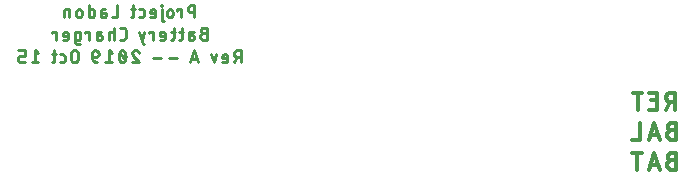
<source format=gbr>
G04 EAGLE Gerber RS-274X export*
G75*
%MOMM*%
%FSLAX34Y34*%
%LPD*%
%INSilkscreen Bottom*%
%IPPOS*%
%AMOC8*
5,1,8,0,0,1.08239X$1,22.5*%
G01*
%ADD10C,0.254000*%
%ADD11C,0.355600*%


D10*
X245660Y236220D02*
X245660Y246380D01*
X242838Y246380D01*
X242732Y246378D01*
X242627Y246372D01*
X242522Y246362D01*
X242417Y246348D01*
X242313Y246331D01*
X242210Y246309D01*
X242108Y246284D01*
X242006Y246255D01*
X241906Y246222D01*
X241807Y246185D01*
X241710Y246145D01*
X241614Y246101D01*
X241519Y246053D01*
X241427Y246002D01*
X241337Y245947D01*
X241248Y245890D01*
X241162Y245829D01*
X241079Y245764D01*
X240997Y245697D01*
X240919Y245627D01*
X240843Y245553D01*
X240769Y245477D01*
X240699Y245399D01*
X240632Y245317D01*
X240567Y245234D01*
X240506Y245148D01*
X240449Y245059D01*
X240394Y244969D01*
X240343Y244877D01*
X240295Y244782D01*
X240251Y244686D01*
X240211Y244589D01*
X240174Y244490D01*
X240141Y244390D01*
X240112Y244288D01*
X240087Y244186D01*
X240065Y244083D01*
X240048Y243979D01*
X240034Y243874D01*
X240024Y243769D01*
X240018Y243664D01*
X240016Y243558D01*
X240018Y243452D01*
X240024Y243347D01*
X240034Y243242D01*
X240048Y243137D01*
X240065Y243033D01*
X240087Y242930D01*
X240112Y242828D01*
X240141Y242726D01*
X240174Y242626D01*
X240211Y242527D01*
X240251Y242430D01*
X240295Y242334D01*
X240343Y242239D01*
X240394Y242147D01*
X240449Y242057D01*
X240506Y241968D01*
X240567Y241882D01*
X240632Y241799D01*
X240699Y241717D01*
X240769Y241639D01*
X240843Y241563D01*
X240919Y241489D01*
X240997Y241419D01*
X241079Y241352D01*
X241162Y241287D01*
X241248Y241226D01*
X241337Y241169D01*
X241427Y241114D01*
X241519Y241063D01*
X241614Y241015D01*
X241710Y240971D01*
X241807Y240931D01*
X241906Y240894D01*
X242006Y240861D01*
X242108Y240832D01*
X242210Y240807D01*
X242313Y240785D01*
X242417Y240768D01*
X242522Y240754D01*
X242627Y240744D01*
X242732Y240738D01*
X242838Y240736D01*
X245660Y240736D01*
X234608Y242993D02*
X234608Y236220D01*
X234608Y242993D02*
X231221Y242993D01*
X231221Y241864D01*
X227104Y240736D02*
X227104Y238478D01*
X227104Y240736D02*
X227102Y240829D01*
X227096Y240922D01*
X227087Y241015D01*
X227073Y241108D01*
X227056Y241199D01*
X227035Y241290D01*
X227010Y241380D01*
X226982Y241469D01*
X226950Y241557D01*
X226914Y241643D01*
X226875Y241728D01*
X226832Y241811D01*
X226786Y241892D01*
X226736Y241971D01*
X226684Y242048D01*
X226628Y242123D01*
X226569Y242195D01*
X226507Y242265D01*
X226443Y242333D01*
X226375Y242397D01*
X226305Y242459D01*
X226233Y242518D01*
X226158Y242574D01*
X226081Y242626D01*
X226002Y242676D01*
X225921Y242722D01*
X225838Y242765D01*
X225753Y242804D01*
X225667Y242840D01*
X225579Y242872D01*
X225490Y242900D01*
X225400Y242925D01*
X225309Y242946D01*
X225218Y242963D01*
X225125Y242977D01*
X225032Y242986D01*
X224939Y242992D01*
X224846Y242994D01*
X224753Y242992D01*
X224660Y242986D01*
X224567Y242977D01*
X224474Y242963D01*
X224383Y242946D01*
X224292Y242925D01*
X224202Y242900D01*
X224113Y242872D01*
X224025Y242840D01*
X223939Y242804D01*
X223854Y242765D01*
X223771Y242722D01*
X223690Y242676D01*
X223611Y242626D01*
X223534Y242574D01*
X223459Y242518D01*
X223387Y242459D01*
X223317Y242397D01*
X223249Y242333D01*
X223185Y242265D01*
X223123Y242195D01*
X223064Y242123D01*
X223008Y242048D01*
X222956Y241971D01*
X222906Y241892D01*
X222860Y241811D01*
X222817Y241728D01*
X222778Y241643D01*
X222742Y241557D01*
X222710Y241469D01*
X222682Y241380D01*
X222657Y241290D01*
X222636Y241199D01*
X222619Y241108D01*
X222605Y241015D01*
X222596Y240922D01*
X222590Y240829D01*
X222588Y240736D01*
X222589Y240736D02*
X222589Y238478D01*
X222588Y238478D02*
X222590Y238385D01*
X222596Y238292D01*
X222605Y238199D01*
X222619Y238106D01*
X222636Y238015D01*
X222657Y237924D01*
X222682Y237834D01*
X222710Y237745D01*
X222742Y237657D01*
X222778Y237571D01*
X222817Y237486D01*
X222860Y237403D01*
X222906Y237322D01*
X222956Y237243D01*
X223008Y237166D01*
X223064Y237091D01*
X223123Y237019D01*
X223185Y236949D01*
X223249Y236881D01*
X223317Y236817D01*
X223387Y236755D01*
X223459Y236696D01*
X223534Y236640D01*
X223611Y236588D01*
X223690Y236538D01*
X223771Y236492D01*
X223854Y236449D01*
X223939Y236410D01*
X224025Y236374D01*
X224113Y236342D01*
X224202Y236314D01*
X224292Y236289D01*
X224383Y236268D01*
X224474Y236251D01*
X224567Y236237D01*
X224660Y236228D01*
X224753Y236222D01*
X224846Y236220D01*
X224939Y236222D01*
X225032Y236228D01*
X225125Y236237D01*
X225218Y236251D01*
X225309Y236268D01*
X225400Y236289D01*
X225490Y236314D01*
X225579Y236342D01*
X225667Y236374D01*
X225753Y236410D01*
X225838Y236449D01*
X225921Y236492D01*
X226002Y236538D01*
X226081Y236588D01*
X226158Y236640D01*
X226233Y236696D01*
X226305Y236755D01*
X226375Y236817D01*
X226443Y236881D01*
X226507Y236949D01*
X226569Y237019D01*
X226628Y237091D01*
X226684Y237166D01*
X226736Y237243D01*
X226786Y237322D01*
X226832Y237403D01*
X226875Y237486D01*
X226914Y237571D01*
X226950Y237657D01*
X226982Y237745D01*
X227010Y237834D01*
X227035Y237924D01*
X227056Y238015D01*
X227073Y238106D01*
X227087Y238199D01*
X227096Y238292D01*
X227102Y238385D01*
X227104Y238478D01*
X217953Y234527D02*
X217953Y242993D01*
X217953Y234527D02*
X217955Y234446D01*
X217961Y234366D01*
X217970Y234286D01*
X217984Y234207D01*
X218001Y234128D01*
X218022Y234050D01*
X218046Y233973D01*
X218074Y233898D01*
X218106Y233824D01*
X218141Y233751D01*
X218180Y233681D01*
X218222Y233612D01*
X218267Y233545D01*
X218315Y233480D01*
X218366Y233418D01*
X218421Y233359D01*
X218478Y233302D01*
X218537Y233248D01*
X218599Y233196D01*
X218664Y233148D01*
X218731Y233103D01*
X218799Y233061D01*
X218870Y233022D01*
X218943Y232987D01*
X219017Y232955D01*
X219092Y232927D01*
X219169Y232903D01*
X219247Y232882D01*
X219326Y232865D01*
X219405Y232851D01*
X219485Y232842D01*
X219565Y232836D01*
X219646Y232834D01*
X219646Y232833D02*
X220211Y232833D01*
X218235Y245816D02*
X218235Y246380D01*
X217671Y246380D01*
X217671Y245816D01*
X218235Y245816D01*
X210933Y236220D02*
X208111Y236220D01*
X210933Y236220D02*
X211014Y236222D01*
X211094Y236228D01*
X211174Y236237D01*
X211253Y236251D01*
X211332Y236268D01*
X211410Y236289D01*
X211487Y236313D01*
X211562Y236341D01*
X211636Y236373D01*
X211709Y236408D01*
X211780Y236447D01*
X211848Y236489D01*
X211915Y236534D01*
X211980Y236582D01*
X212042Y236634D01*
X212101Y236688D01*
X212158Y236745D01*
X212212Y236804D01*
X212264Y236866D01*
X212312Y236931D01*
X212357Y236998D01*
X212399Y237067D01*
X212438Y237137D01*
X212473Y237210D01*
X212505Y237284D01*
X212533Y237359D01*
X212557Y237436D01*
X212578Y237514D01*
X212595Y237593D01*
X212609Y237672D01*
X212618Y237752D01*
X212624Y237832D01*
X212626Y237913D01*
X212626Y240736D01*
X212624Y240829D01*
X212618Y240922D01*
X212609Y241015D01*
X212595Y241108D01*
X212578Y241199D01*
X212557Y241290D01*
X212532Y241380D01*
X212504Y241469D01*
X212472Y241557D01*
X212436Y241643D01*
X212397Y241728D01*
X212354Y241811D01*
X212308Y241892D01*
X212258Y241971D01*
X212206Y242048D01*
X212150Y242123D01*
X212091Y242195D01*
X212029Y242265D01*
X211965Y242333D01*
X211897Y242397D01*
X211827Y242459D01*
X211755Y242518D01*
X211680Y242574D01*
X211603Y242626D01*
X211524Y242676D01*
X211443Y242722D01*
X211360Y242765D01*
X211275Y242804D01*
X211189Y242840D01*
X211101Y242872D01*
X211012Y242900D01*
X210922Y242925D01*
X210831Y242946D01*
X210740Y242963D01*
X210647Y242977D01*
X210554Y242986D01*
X210461Y242992D01*
X210368Y242994D01*
X210275Y242992D01*
X210182Y242986D01*
X210089Y242977D01*
X209996Y242963D01*
X209905Y242946D01*
X209814Y242925D01*
X209724Y242900D01*
X209635Y242872D01*
X209547Y242840D01*
X209461Y242804D01*
X209376Y242765D01*
X209293Y242722D01*
X209212Y242676D01*
X209133Y242626D01*
X209056Y242574D01*
X208981Y242518D01*
X208909Y242459D01*
X208839Y242397D01*
X208771Y242333D01*
X208707Y242265D01*
X208645Y242195D01*
X208586Y242123D01*
X208530Y242048D01*
X208478Y241971D01*
X208428Y241892D01*
X208382Y241811D01*
X208339Y241728D01*
X208300Y241643D01*
X208264Y241557D01*
X208232Y241469D01*
X208204Y241380D01*
X208179Y241290D01*
X208158Y241199D01*
X208141Y241108D01*
X208127Y241015D01*
X208118Y240922D01*
X208112Y240829D01*
X208110Y240736D01*
X208111Y240736D02*
X208111Y239607D01*
X212626Y239607D01*
X201004Y236220D02*
X198746Y236220D01*
X201004Y236220D02*
X201085Y236222D01*
X201165Y236228D01*
X201245Y236237D01*
X201324Y236251D01*
X201403Y236268D01*
X201481Y236289D01*
X201558Y236313D01*
X201633Y236341D01*
X201707Y236373D01*
X201780Y236408D01*
X201851Y236447D01*
X201919Y236489D01*
X201986Y236534D01*
X202051Y236582D01*
X202113Y236634D01*
X202172Y236688D01*
X202229Y236745D01*
X202283Y236804D01*
X202335Y236866D01*
X202383Y236931D01*
X202428Y236998D01*
X202470Y237067D01*
X202509Y237137D01*
X202544Y237210D01*
X202576Y237284D01*
X202604Y237359D01*
X202628Y237436D01*
X202649Y237514D01*
X202666Y237593D01*
X202680Y237672D01*
X202689Y237752D01*
X202695Y237832D01*
X202697Y237913D01*
X202697Y241300D01*
X202695Y241381D01*
X202689Y241461D01*
X202680Y241541D01*
X202666Y241620D01*
X202649Y241699D01*
X202628Y241777D01*
X202604Y241854D01*
X202576Y241929D01*
X202544Y242003D01*
X202509Y242076D01*
X202470Y242147D01*
X202428Y242215D01*
X202383Y242282D01*
X202335Y242347D01*
X202283Y242409D01*
X202229Y242468D01*
X202172Y242525D01*
X202113Y242579D01*
X202051Y242631D01*
X201986Y242679D01*
X201919Y242724D01*
X201851Y242766D01*
X201780Y242805D01*
X201707Y242840D01*
X201633Y242872D01*
X201558Y242900D01*
X201481Y242924D01*
X201403Y242945D01*
X201324Y242962D01*
X201245Y242976D01*
X201165Y242985D01*
X201085Y242991D01*
X201004Y242993D01*
X198746Y242993D01*
X195078Y242993D02*
X191692Y242993D01*
X193950Y246380D02*
X193950Y237913D01*
X193949Y237913D02*
X193947Y237832D01*
X193941Y237752D01*
X193932Y237672D01*
X193918Y237593D01*
X193901Y237514D01*
X193880Y237436D01*
X193856Y237359D01*
X193828Y237284D01*
X193796Y237210D01*
X193761Y237137D01*
X193722Y237067D01*
X193680Y236998D01*
X193635Y236931D01*
X193587Y236866D01*
X193535Y236804D01*
X193481Y236745D01*
X193424Y236688D01*
X193365Y236634D01*
X193303Y236582D01*
X193238Y236534D01*
X193171Y236489D01*
X193103Y236447D01*
X193032Y236408D01*
X192959Y236373D01*
X192885Y236341D01*
X192810Y236313D01*
X192733Y236289D01*
X192655Y236268D01*
X192576Y236251D01*
X192497Y236237D01*
X192417Y236228D01*
X192337Y236222D01*
X192256Y236220D01*
X191692Y236220D01*
X180004Y236220D02*
X180004Y246380D01*
X180004Y236220D02*
X175489Y236220D01*
X168844Y240171D02*
X166304Y240171D01*
X168844Y240172D02*
X168931Y240170D01*
X169019Y240164D01*
X169106Y240155D01*
X169192Y240141D01*
X169278Y240124D01*
X169362Y240103D01*
X169446Y240078D01*
X169529Y240049D01*
X169610Y240017D01*
X169690Y239982D01*
X169768Y239943D01*
X169845Y239900D01*
X169919Y239854D01*
X169991Y239805D01*
X170061Y239753D01*
X170129Y239697D01*
X170194Y239639D01*
X170257Y239578D01*
X170316Y239514D01*
X170373Y239447D01*
X170427Y239379D01*
X170478Y239307D01*
X170525Y239234D01*
X170570Y239159D01*
X170611Y239081D01*
X170648Y239002D01*
X170682Y238922D01*
X170712Y238840D01*
X170739Y238757D01*
X170762Y238672D01*
X170781Y238587D01*
X170796Y238501D01*
X170808Y238414D01*
X170816Y238327D01*
X170820Y238240D01*
X170820Y238152D01*
X170816Y238065D01*
X170808Y237978D01*
X170796Y237891D01*
X170781Y237805D01*
X170762Y237720D01*
X170739Y237635D01*
X170712Y237552D01*
X170682Y237470D01*
X170648Y237390D01*
X170611Y237311D01*
X170570Y237233D01*
X170525Y237158D01*
X170478Y237085D01*
X170427Y237013D01*
X170373Y236945D01*
X170316Y236878D01*
X170257Y236814D01*
X170194Y236753D01*
X170129Y236695D01*
X170061Y236639D01*
X169991Y236587D01*
X169919Y236538D01*
X169845Y236492D01*
X169768Y236449D01*
X169690Y236410D01*
X169610Y236375D01*
X169529Y236343D01*
X169446Y236314D01*
X169362Y236289D01*
X169278Y236268D01*
X169192Y236251D01*
X169106Y236237D01*
X169019Y236228D01*
X168931Y236222D01*
X168844Y236220D01*
X166304Y236220D01*
X166304Y241300D01*
X166306Y241381D01*
X166312Y241461D01*
X166321Y241541D01*
X166335Y241620D01*
X166352Y241699D01*
X166373Y241777D01*
X166397Y241854D01*
X166425Y241929D01*
X166457Y242003D01*
X166492Y242076D01*
X166531Y242147D01*
X166573Y242215D01*
X166618Y242282D01*
X166666Y242347D01*
X166718Y242409D01*
X166772Y242468D01*
X166829Y242525D01*
X166888Y242579D01*
X166950Y242631D01*
X167015Y242679D01*
X167082Y242724D01*
X167151Y242766D01*
X167221Y242805D01*
X167294Y242840D01*
X167368Y242872D01*
X167443Y242900D01*
X167520Y242924D01*
X167598Y242945D01*
X167677Y242962D01*
X167756Y242976D01*
X167836Y242985D01*
X167916Y242991D01*
X167997Y242993D01*
X170255Y242993D01*
X156017Y246380D02*
X156017Y236220D01*
X158839Y236220D01*
X158920Y236222D01*
X159000Y236228D01*
X159080Y236237D01*
X159159Y236251D01*
X159238Y236268D01*
X159316Y236289D01*
X159393Y236313D01*
X159468Y236341D01*
X159542Y236373D01*
X159615Y236408D01*
X159686Y236447D01*
X159754Y236489D01*
X159821Y236534D01*
X159886Y236582D01*
X159948Y236634D01*
X160007Y236688D01*
X160064Y236745D01*
X160118Y236804D01*
X160170Y236866D01*
X160218Y236931D01*
X160263Y236998D01*
X160305Y237067D01*
X160344Y237137D01*
X160379Y237210D01*
X160411Y237284D01*
X160439Y237359D01*
X160463Y237436D01*
X160484Y237514D01*
X160501Y237593D01*
X160515Y237672D01*
X160524Y237752D01*
X160530Y237832D01*
X160532Y237913D01*
X160532Y241300D01*
X160530Y241381D01*
X160524Y241461D01*
X160515Y241541D01*
X160501Y241620D01*
X160484Y241699D01*
X160463Y241777D01*
X160439Y241854D01*
X160411Y241929D01*
X160379Y242003D01*
X160344Y242076D01*
X160305Y242147D01*
X160263Y242215D01*
X160218Y242282D01*
X160170Y242347D01*
X160118Y242409D01*
X160064Y242468D01*
X160007Y242525D01*
X159948Y242579D01*
X159886Y242631D01*
X159821Y242679D01*
X159754Y242724D01*
X159686Y242766D01*
X159615Y242805D01*
X159542Y242840D01*
X159468Y242872D01*
X159393Y242900D01*
X159316Y242924D01*
X159238Y242945D01*
X159159Y242962D01*
X159080Y242976D01*
X159000Y242985D01*
X158920Y242991D01*
X158839Y242993D01*
X156017Y242993D01*
X150142Y240736D02*
X150142Y238478D01*
X150143Y240736D02*
X150141Y240829D01*
X150135Y240922D01*
X150126Y241015D01*
X150112Y241108D01*
X150095Y241199D01*
X150074Y241290D01*
X150049Y241380D01*
X150021Y241469D01*
X149989Y241557D01*
X149953Y241643D01*
X149914Y241728D01*
X149871Y241811D01*
X149825Y241892D01*
X149775Y241971D01*
X149723Y242048D01*
X149667Y242123D01*
X149608Y242195D01*
X149546Y242265D01*
X149482Y242333D01*
X149414Y242397D01*
X149344Y242459D01*
X149272Y242518D01*
X149197Y242574D01*
X149120Y242626D01*
X149041Y242676D01*
X148960Y242722D01*
X148877Y242765D01*
X148792Y242804D01*
X148706Y242840D01*
X148618Y242872D01*
X148529Y242900D01*
X148439Y242925D01*
X148348Y242946D01*
X148257Y242963D01*
X148164Y242977D01*
X148071Y242986D01*
X147978Y242992D01*
X147885Y242994D01*
X147792Y242992D01*
X147699Y242986D01*
X147606Y242977D01*
X147513Y242963D01*
X147422Y242946D01*
X147331Y242925D01*
X147241Y242900D01*
X147152Y242872D01*
X147064Y242840D01*
X146978Y242804D01*
X146893Y242765D01*
X146810Y242722D01*
X146729Y242676D01*
X146650Y242626D01*
X146573Y242574D01*
X146498Y242518D01*
X146426Y242459D01*
X146356Y242397D01*
X146288Y242333D01*
X146224Y242265D01*
X146162Y242195D01*
X146103Y242123D01*
X146047Y242048D01*
X145995Y241971D01*
X145945Y241892D01*
X145899Y241811D01*
X145856Y241728D01*
X145817Y241643D01*
X145781Y241557D01*
X145749Y241469D01*
X145721Y241380D01*
X145696Y241290D01*
X145675Y241199D01*
X145658Y241108D01*
X145644Y241015D01*
X145635Y240922D01*
X145629Y240829D01*
X145627Y240736D01*
X145627Y238478D01*
X145629Y238385D01*
X145635Y238292D01*
X145644Y238199D01*
X145658Y238106D01*
X145675Y238015D01*
X145696Y237924D01*
X145721Y237834D01*
X145749Y237745D01*
X145781Y237657D01*
X145817Y237571D01*
X145856Y237486D01*
X145899Y237403D01*
X145945Y237322D01*
X145995Y237243D01*
X146047Y237166D01*
X146103Y237091D01*
X146162Y237019D01*
X146224Y236949D01*
X146288Y236881D01*
X146356Y236817D01*
X146426Y236755D01*
X146498Y236696D01*
X146573Y236640D01*
X146650Y236588D01*
X146729Y236538D01*
X146810Y236492D01*
X146893Y236449D01*
X146978Y236410D01*
X147064Y236374D01*
X147152Y236342D01*
X147241Y236314D01*
X147331Y236289D01*
X147422Y236268D01*
X147513Y236251D01*
X147606Y236237D01*
X147699Y236228D01*
X147792Y236222D01*
X147885Y236220D01*
X147978Y236222D01*
X148071Y236228D01*
X148164Y236237D01*
X148257Y236251D01*
X148348Y236268D01*
X148439Y236289D01*
X148529Y236314D01*
X148618Y236342D01*
X148706Y236374D01*
X148792Y236410D01*
X148877Y236449D01*
X148960Y236492D01*
X149041Y236538D01*
X149120Y236588D01*
X149197Y236640D01*
X149272Y236696D01*
X149344Y236755D01*
X149414Y236817D01*
X149482Y236881D01*
X149546Y236949D01*
X149608Y237019D01*
X149667Y237091D01*
X149723Y237166D01*
X149775Y237243D01*
X149825Y237322D01*
X149871Y237403D01*
X149914Y237486D01*
X149953Y237571D01*
X149989Y237657D01*
X150021Y237745D01*
X150049Y237834D01*
X150074Y237924D01*
X150095Y238015D01*
X150112Y238106D01*
X150126Y238199D01*
X150135Y238292D01*
X150141Y238385D01*
X150143Y238478D01*
X139855Y236220D02*
X139855Y242993D01*
X137033Y242993D01*
X136952Y242991D01*
X136872Y242985D01*
X136792Y242976D01*
X136713Y242962D01*
X136634Y242945D01*
X136556Y242924D01*
X136479Y242900D01*
X136404Y242872D01*
X136330Y242840D01*
X136257Y242805D01*
X136187Y242766D01*
X136118Y242724D01*
X136051Y242679D01*
X135986Y242631D01*
X135924Y242579D01*
X135865Y242525D01*
X135808Y242468D01*
X135754Y242409D01*
X135702Y242347D01*
X135654Y242282D01*
X135609Y242215D01*
X135567Y242147D01*
X135528Y242076D01*
X135493Y242003D01*
X135461Y241929D01*
X135433Y241854D01*
X135409Y241777D01*
X135388Y241699D01*
X135371Y241620D01*
X135357Y241541D01*
X135348Y241461D01*
X135342Y241381D01*
X135340Y241300D01*
X135340Y236220D01*
X253190Y222814D02*
X256012Y222814D01*
X253190Y222814D02*
X253084Y222812D01*
X252979Y222806D01*
X252874Y222796D01*
X252769Y222782D01*
X252665Y222765D01*
X252562Y222743D01*
X252460Y222718D01*
X252358Y222689D01*
X252258Y222656D01*
X252159Y222619D01*
X252062Y222579D01*
X251966Y222535D01*
X251871Y222487D01*
X251779Y222436D01*
X251689Y222381D01*
X251600Y222324D01*
X251514Y222263D01*
X251431Y222198D01*
X251349Y222131D01*
X251271Y222061D01*
X251195Y221987D01*
X251121Y221911D01*
X251051Y221833D01*
X250984Y221751D01*
X250919Y221668D01*
X250858Y221582D01*
X250801Y221493D01*
X250746Y221403D01*
X250695Y221311D01*
X250647Y221216D01*
X250603Y221120D01*
X250563Y221023D01*
X250526Y220924D01*
X250493Y220824D01*
X250464Y220722D01*
X250439Y220620D01*
X250417Y220517D01*
X250400Y220413D01*
X250386Y220308D01*
X250376Y220203D01*
X250370Y220098D01*
X250368Y219992D01*
X250370Y219886D01*
X250376Y219781D01*
X250386Y219676D01*
X250400Y219571D01*
X250417Y219467D01*
X250439Y219364D01*
X250464Y219262D01*
X250493Y219160D01*
X250526Y219060D01*
X250563Y218961D01*
X250603Y218864D01*
X250647Y218768D01*
X250695Y218673D01*
X250746Y218581D01*
X250801Y218491D01*
X250858Y218402D01*
X250919Y218316D01*
X250984Y218233D01*
X251051Y218151D01*
X251121Y218073D01*
X251195Y217997D01*
X251271Y217923D01*
X251349Y217853D01*
X251431Y217786D01*
X251514Y217721D01*
X251600Y217660D01*
X251689Y217603D01*
X251779Y217548D01*
X251871Y217497D01*
X251966Y217449D01*
X252062Y217405D01*
X252159Y217365D01*
X252258Y217328D01*
X252358Y217295D01*
X252460Y217266D01*
X252562Y217241D01*
X252665Y217219D01*
X252769Y217202D01*
X252874Y217188D01*
X252979Y217178D01*
X253084Y217172D01*
X253190Y217170D01*
X256012Y217170D01*
X256012Y227330D01*
X253190Y227330D01*
X253097Y227328D01*
X253004Y227322D01*
X252911Y227313D01*
X252818Y227299D01*
X252727Y227282D01*
X252636Y227261D01*
X252546Y227236D01*
X252457Y227208D01*
X252369Y227176D01*
X252283Y227140D01*
X252198Y227101D01*
X252115Y227058D01*
X252034Y227012D01*
X251955Y226962D01*
X251878Y226910D01*
X251803Y226854D01*
X251731Y226795D01*
X251661Y226733D01*
X251593Y226669D01*
X251529Y226601D01*
X251467Y226531D01*
X251408Y226459D01*
X251352Y226384D01*
X251300Y226307D01*
X251250Y226228D01*
X251204Y226147D01*
X251161Y226064D01*
X251122Y225979D01*
X251086Y225893D01*
X251054Y225805D01*
X251026Y225716D01*
X251001Y225626D01*
X250980Y225535D01*
X250963Y225444D01*
X250949Y225351D01*
X250940Y225258D01*
X250934Y225165D01*
X250932Y225072D01*
X250934Y224979D01*
X250940Y224886D01*
X250949Y224793D01*
X250963Y224700D01*
X250980Y224609D01*
X251001Y224518D01*
X251026Y224428D01*
X251054Y224339D01*
X251086Y224251D01*
X251122Y224165D01*
X251161Y224080D01*
X251204Y223997D01*
X251250Y223916D01*
X251300Y223837D01*
X251352Y223760D01*
X251408Y223685D01*
X251467Y223613D01*
X251529Y223543D01*
X251593Y223475D01*
X251661Y223411D01*
X251731Y223349D01*
X251803Y223290D01*
X251878Y223234D01*
X251955Y223182D01*
X252034Y223132D01*
X252115Y223086D01*
X252198Y223043D01*
X252283Y223004D01*
X252369Y222968D01*
X252457Y222936D01*
X252546Y222908D01*
X252636Y222883D01*
X252727Y222862D01*
X252818Y222845D01*
X252911Y222831D01*
X253004Y222822D01*
X253097Y222816D01*
X253190Y222814D01*
X243585Y221121D02*
X241045Y221121D01*
X243585Y221122D02*
X243672Y221120D01*
X243760Y221114D01*
X243847Y221105D01*
X243933Y221091D01*
X244019Y221074D01*
X244103Y221053D01*
X244187Y221028D01*
X244270Y220999D01*
X244351Y220967D01*
X244431Y220932D01*
X244509Y220893D01*
X244586Y220850D01*
X244660Y220804D01*
X244732Y220755D01*
X244802Y220703D01*
X244870Y220647D01*
X244935Y220589D01*
X244998Y220528D01*
X245057Y220464D01*
X245114Y220397D01*
X245168Y220329D01*
X245219Y220257D01*
X245266Y220184D01*
X245311Y220109D01*
X245352Y220031D01*
X245389Y219952D01*
X245423Y219872D01*
X245453Y219790D01*
X245480Y219707D01*
X245503Y219622D01*
X245522Y219537D01*
X245537Y219451D01*
X245549Y219364D01*
X245557Y219277D01*
X245561Y219190D01*
X245561Y219102D01*
X245557Y219015D01*
X245549Y218928D01*
X245537Y218841D01*
X245522Y218755D01*
X245503Y218670D01*
X245480Y218585D01*
X245453Y218502D01*
X245423Y218420D01*
X245389Y218340D01*
X245352Y218261D01*
X245311Y218183D01*
X245266Y218108D01*
X245219Y218035D01*
X245168Y217963D01*
X245114Y217895D01*
X245057Y217828D01*
X244998Y217764D01*
X244935Y217703D01*
X244870Y217645D01*
X244802Y217589D01*
X244732Y217537D01*
X244660Y217488D01*
X244586Y217442D01*
X244509Y217399D01*
X244431Y217360D01*
X244351Y217325D01*
X244270Y217293D01*
X244187Y217264D01*
X244103Y217239D01*
X244019Y217218D01*
X243933Y217201D01*
X243847Y217187D01*
X243760Y217178D01*
X243672Y217172D01*
X243585Y217170D01*
X241045Y217170D01*
X241045Y222250D01*
X241047Y222331D01*
X241053Y222411D01*
X241062Y222491D01*
X241076Y222570D01*
X241093Y222649D01*
X241114Y222727D01*
X241138Y222804D01*
X241166Y222879D01*
X241198Y222953D01*
X241233Y223026D01*
X241272Y223097D01*
X241314Y223165D01*
X241359Y223232D01*
X241407Y223297D01*
X241459Y223359D01*
X241513Y223418D01*
X241570Y223475D01*
X241629Y223529D01*
X241691Y223581D01*
X241756Y223629D01*
X241823Y223674D01*
X241892Y223716D01*
X241962Y223755D01*
X242035Y223790D01*
X242109Y223822D01*
X242184Y223850D01*
X242261Y223874D01*
X242339Y223895D01*
X242418Y223912D01*
X242497Y223926D01*
X242577Y223935D01*
X242657Y223941D01*
X242738Y223943D01*
X244996Y223943D01*
X236291Y223943D02*
X232905Y223943D01*
X235163Y227330D02*
X235163Y218863D01*
X235162Y218863D02*
X235160Y218782D01*
X235154Y218702D01*
X235145Y218622D01*
X235131Y218543D01*
X235114Y218464D01*
X235093Y218386D01*
X235069Y218309D01*
X235041Y218234D01*
X235009Y218160D01*
X234974Y218087D01*
X234935Y218017D01*
X234893Y217948D01*
X234848Y217881D01*
X234800Y217816D01*
X234748Y217754D01*
X234694Y217695D01*
X234637Y217638D01*
X234578Y217584D01*
X234516Y217532D01*
X234451Y217484D01*
X234384Y217439D01*
X234316Y217397D01*
X234245Y217358D01*
X234172Y217323D01*
X234098Y217291D01*
X234023Y217263D01*
X233946Y217239D01*
X233868Y217218D01*
X233789Y217201D01*
X233710Y217187D01*
X233630Y217178D01*
X233550Y217172D01*
X233469Y217170D01*
X232905Y217170D01*
X229052Y223943D02*
X225666Y223943D01*
X227924Y227330D02*
X227924Y218863D01*
X227923Y218863D02*
X227921Y218782D01*
X227915Y218702D01*
X227906Y218622D01*
X227892Y218543D01*
X227875Y218464D01*
X227854Y218386D01*
X227830Y218309D01*
X227802Y218234D01*
X227770Y218160D01*
X227735Y218087D01*
X227696Y218017D01*
X227654Y217948D01*
X227609Y217881D01*
X227561Y217816D01*
X227509Y217754D01*
X227455Y217695D01*
X227398Y217638D01*
X227339Y217584D01*
X227277Y217532D01*
X227212Y217484D01*
X227145Y217439D01*
X227077Y217397D01*
X227006Y217358D01*
X226933Y217323D01*
X226859Y217291D01*
X226784Y217263D01*
X226707Y217239D01*
X226629Y217218D01*
X226550Y217201D01*
X226471Y217187D01*
X226391Y217178D01*
X226311Y217172D01*
X226230Y217170D01*
X225666Y217170D01*
X218999Y217170D02*
X216177Y217170D01*
X218999Y217170D02*
X219080Y217172D01*
X219160Y217178D01*
X219240Y217187D01*
X219319Y217201D01*
X219398Y217218D01*
X219476Y217239D01*
X219553Y217263D01*
X219628Y217291D01*
X219702Y217323D01*
X219775Y217358D01*
X219846Y217397D01*
X219914Y217439D01*
X219981Y217484D01*
X220046Y217532D01*
X220108Y217584D01*
X220167Y217638D01*
X220224Y217695D01*
X220278Y217754D01*
X220330Y217816D01*
X220378Y217881D01*
X220423Y217948D01*
X220465Y218017D01*
X220504Y218087D01*
X220539Y218160D01*
X220571Y218234D01*
X220599Y218309D01*
X220623Y218386D01*
X220644Y218464D01*
X220661Y218543D01*
X220675Y218622D01*
X220684Y218702D01*
X220690Y218782D01*
X220692Y218863D01*
X220692Y221686D01*
X220693Y221686D02*
X220691Y221779D01*
X220685Y221872D01*
X220676Y221965D01*
X220662Y222058D01*
X220645Y222149D01*
X220624Y222240D01*
X220599Y222330D01*
X220571Y222419D01*
X220539Y222507D01*
X220503Y222593D01*
X220464Y222678D01*
X220421Y222761D01*
X220375Y222842D01*
X220325Y222921D01*
X220273Y222998D01*
X220217Y223073D01*
X220158Y223145D01*
X220096Y223215D01*
X220032Y223283D01*
X219964Y223347D01*
X219894Y223409D01*
X219822Y223468D01*
X219747Y223524D01*
X219670Y223576D01*
X219591Y223626D01*
X219510Y223672D01*
X219427Y223715D01*
X219342Y223754D01*
X219256Y223790D01*
X219168Y223822D01*
X219079Y223850D01*
X218989Y223875D01*
X218898Y223896D01*
X218807Y223913D01*
X218714Y223927D01*
X218621Y223936D01*
X218528Y223942D01*
X218435Y223944D01*
X218342Y223942D01*
X218249Y223936D01*
X218156Y223927D01*
X218063Y223913D01*
X217972Y223896D01*
X217881Y223875D01*
X217791Y223850D01*
X217702Y223822D01*
X217614Y223790D01*
X217528Y223754D01*
X217443Y223715D01*
X217360Y223672D01*
X217279Y223626D01*
X217200Y223576D01*
X217123Y223524D01*
X217048Y223468D01*
X216976Y223409D01*
X216906Y223347D01*
X216838Y223283D01*
X216774Y223215D01*
X216712Y223145D01*
X216653Y223073D01*
X216597Y222998D01*
X216545Y222921D01*
X216495Y222842D01*
X216449Y222761D01*
X216406Y222678D01*
X216367Y222593D01*
X216331Y222507D01*
X216299Y222419D01*
X216271Y222330D01*
X216246Y222240D01*
X216225Y222149D01*
X216208Y222058D01*
X216194Y221965D01*
X216185Y221872D01*
X216179Y221779D01*
X216177Y221686D01*
X216177Y220557D01*
X220692Y220557D01*
X210289Y217170D02*
X210289Y223943D01*
X206902Y223943D01*
X206902Y222814D01*
X203166Y213783D02*
X202038Y213783D01*
X198651Y223943D01*
X203166Y223943D02*
X200909Y217170D01*
X185148Y217170D02*
X182890Y217170D01*
X185148Y217170D02*
X185241Y217172D01*
X185334Y217178D01*
X185427Y217187D01*
X185520Y217201D01*
X185611Y217218D01*
X185702Y217239D01*
X185792Y217264D01*
X185881Y217292D01*
X185969Y217324D01*
X186055Y217360D01*
X186140Y217399D01*
X186223Y217442D01*
X186304Y217488D01*
X186383Y217538D01*
X186460Y217590D01*
X186535Y217646D01*
X186607Y217705D01*
X186677Y217767D01*
X186745Y217831D01*
X186809Y217899D01*
X186871Y217969D01*
X186930Y218041D01*
X186986Y218116D01*
X187038Y218193D01*
X187088Y218272D01*
X187134Y218353D01*
X187177Y218436D01*
X187216Y218521D01*
X187252Y218607D01*
X187284Y218695D01*
X187312Y218784D01*
X187337Y218874D01*
X187358Y218965D01*
X187375Y219056D01*
X187389Y219149D01*
X187398Y219242D01*
X187404Y219335D01*
X187406Y219428D01*
X187406Y225072D01*
X187404Y225165D01*
X187398Y225258D01*
X187389Y225351D01*
X187375Y225444D01*
X187358Y225535D01*
X187337Y225626D01*
X187312Y225716D01*
X187284Y225805D01*
X187252Y225893D01*
X187216Y225979D01*
X187177Y226064D01*
X187134Y226147D01*
X187088Y226228D01*
X187038Y226307D01*
X186986Y226384D01*
X186930Y226459D01*
X186871Y226531D01*
X186809Y226601D01*
X186745Y226669D01*
X186677Y226733D01*
X186607Y226795D01*
X186535Y226854D01*
X186460Y226910D01*
X186383Y226962D01*
X186304Y227012D01*
X186223Y227058D01*
X186140Y227101D01*
X186055Y227140D01*
X185969Y227176D01*
X185881Y227208D01*
X185792Y227236D01*
X185702Y227261D01*
X185611Y227282D01*
X185520Y227299D01*
X185427Y227313D01*
X185334Y227322D01*
X185241Y227328D01*
X185148Y227330D01*
X182890Y227330D01*
X177639Y227330D02*
X177639Y217170D01*
X177639Y223943D02*
X174817Y223943D01*
X174736Y223941D01*
X174656Y223935D01*
X174576Y223926D01*
X174497Y223912D01*
X174418Y223895D01*
X174340Y223874D01*
X174263Y223850D01*
X174188Y223822D01*
X174114Y223790D01*
X174041Y223755D01*
X173971Y223716D01*
X173902Y223674D01*
X173835Y223629D01*
X173770Y223581D01*
X173708Y223529D01*
X173649Y223475D01*
X173592Y223418D01*
X173538Y223359D01*
X173486Y223297D01*
X173438Y223232D01*
X173393Y223165D01*
X173351Y223097D01*
X173312Y223026D01*
X173277Y222953D01*
X173245Y222879D01*
X173217Y222804D01*
X173193Y222727D01*
X173172Y222649D01*
X173155Y222570D01*
X173141Y222491D01*
X173132Y222411D01*
X173126Y222331D01*
X173124Y222250D01*
X173124Y217170D01*
X165480Y221121D02*
X162940Y221121D01*
X165480Y221122D02*
X165567Y221120D01*
X165655Y221114D01*
X165742Y221105D01*
X165828Y221091D01*
X165914Y221074D01*
X165998Y221053D01*
X166082Y221028D01*
X166165Y220999D01*
X166246Y220967D01*
X166326Y220932D01*
X166404Y220893D01*
X166481Y220850D01*
X166555Y220804D01*
X166627Y220755D01*
X166697Y220703D01*
X166765Y220647D01*
X166830Y220589D01*
X166893Y220528D01*
X166952Y220464D01*
X167009Y220397D01*
X167063Y220329D01*
X167114Y220257D01*
X167161Y220184D01*
X167206Y220109D01*
X167247Y220031D01*
X167284Y219952D01*
X167318Y219872D01*
X167348Y219790D01*
X167375Y219707D01*
X167398Y219622D01*
X167417Y219537D01*
X167432Y219451D01*
X167444Y219364D01*
X167452Y219277D01*
X167456Y219190D01*
X167456Y219102D01*
X167452Y219015D01*
X167444Y218928D01*
X167432Y218841D01*
X167417Y218755D01*
X167398Y218670D01*
X167375Y218585D01*
X167348Y218502D01*
X167318Y218420D01*
X167284Y218340D01*
X167247Y218261D01*
X167206Y218183D01*
X167161Y218108D01*
X167114Y218035D01*
X167063Y217963D01*
X167009Y217895D01*
X166952Y217828D01*
X166893Y217764D01*
X166830Y217703D01*
X166765Y217645D01*
X166697Y217589D01*
X166627Y217537D01*
X166555Y217488D01*
X166481Y217442D01*
X166404Y217399D01*
X166326Y217360D01*
X166246Y217325D01*
X166165Y217293D01*
X166082Y217264D01*
X165998Y217239D01*
X165914Y217218D01*
X165828Y217201D01*
X165742Y217187D01*
X165655Y217178D01*
X165567Y217172D01*
X165480Y217170D01*
X162940Y217170D01*
X162940Y222250D01*
X162942Y222331D01*
X162948Y222411D01*
X162957Y222491D01*
X162971Y222570D01*
X162988Y222649D01*
X163009Y222727D01*
X163033Y222804D01*
X163061Y222879D01*
X163093Y222953D01*
X163128Y223026D01*
X163167Y223097D01*
X163209Y223165D01*
X163254Y223232D01*
X163302Y223297D01*
X163354Y223359D01*
X163408Y223418D01*
X163465Y223475D01*
X163524Y223529D01*
X163586Y223581D01*
X163651Y223629D01*
X163718Y223674D01*
X163787Y223716D01*
X163857Y223755D01*
X163930Y223790D01*
X164004Y223822D01*
X164079Y223850D01*
X164156Y223874D01*
X164234Y223895D01*
X164313Y223912D01*
X164392Y223926D01*
X164472Y223935D01*
X164552Y223941D01*
X164633Y223943D01*
X166891Y223943D01*
X156568Y223943D02*
X156568Y217170D01*
X156568Y223943D02*
X153182Y223943D01*
X153182Y222814D01*
X147474Y217170D02*
X144652Y217170D01*
X147474Y217170D02*
X147555Y217172D01*
X147635Y217178D01*
X147715Y217187D01*
X147794Y217201D01*
X147873Y217218D01*
X147951Y217239D01*
X148028Y217263D01*
X148103Y217291D01*
X148177Y217323D01*
X148250Y217358D01*
X148321Y217397D01*
X148389Y217439D01*
X148456Y217484D01*
X148521Y217532D01*
X148583Y217584D01*
X148642Y217638D01*
X148699Y217695D01*
X148753Y217754D01*
X148805Y217816D01*
X148853Y217881D01*
X148898Y217948D01*
X148940Y218017D01*
X148979Y218087D01*
X149014Y218160D01*
X149046Y218234D01*
X149074Y218309D01*
X149098Y218386D01*
X149119Y218464D01*
X149136Y218543D01*
X149150Y218622D01*
X149159Y218702D01*
X149165Y218782D01*
X149167Y218863D01*
X149168Y218863D02*
X149168Y222250D01*
X149167Y222250D02*
X149165Y222331D01*
X149159Y222411D01*
X149150Y222491D01*
X149136Y222570D01*
X149119Y222649D01*
X149098Y222727D01*
X149074Y222804D01*
X149046Y222879D01*
X149014Y222953D01*
X148979Y223026D01*
X148940Y223097D01*
X148898Y223165D01*
X148853Y223232D01*
X148805Y223297D01*
X148753Y223359D01*
X148699Y223418D01*
X148642Y223475D01*
X148583Y223529D01*
X148521Y223581D01*
X148456Y223629D01*
X148389Y223674D01*
X148321Y223716D01*
X148250Y223755D01*
X148177Y223790D01*
X148103Y223822D01*
X148028Y223850D01*
X147951Y223874D01*
X147873Y223895D01*
X147794Y223912D01*
X147715Y223926D01*
X147635Y223935D01*
X147555Y223941D01*
X147474Y223943D01*
X144652Y223943D01*
X144652Y215477D01*
X144654Y215396D01*
X144660Y215316D01*
X144669Y215236D01*
X144683Y215157D01*
X144700Y215078D01*
X144721Y215000D01*
X144745Y214923D01*
X144773Y214848D01*
X144805Y214774D01*
X144840Y214701D01*
X144879Y214631D01*
X144921Y214562D01*
X144966Y214495D01*
X145014Y214430D01*
X145065Y214368D01*
X145120Y214309D01*
X145177Y214252D01*
X145236Y214198D01*
X145298Y214146D01*
X145363Y214098D01*
X145430Y214053D01*
X145498Y214011D01*
X145569Y213972D01*
X145642Y213937D01*
X145716Y213905D01*
X145791Y213877D01*
X145868Y213853D01*
X145946Y213832D01*
X146025Y213815D01*
X146104Y213801D01*
X146184Y213792D01*
X146264Y213786D01*
X146345Y213784D01*
X146345Y213783D02*
X148603Y213783D01*
X137084Y217170D02*
X134262Y217170D01*
X137084Y217170D02*
X137165Y217172D01*
X137245Y217178D01*
X137325Y217187D01*
X137404Y217201D01*
X137483Y217218D01*
X137561Y217239D01*
X137638Y217263D01*
X137713Y217291D01*
X137787Y217323D01*
X137860Y217358D01*
X137931Y217397D01*
X137999Y217439D01*
X138066Y217484D01*
X138131Y217532D01*
X138193Y217584D01*
X138252Y217638D01*
X138309Y217695D01*
X138363Y217754D01*
X138415Y217816D01*
X138463Y217881D01*
X138508Y217948D01*
X138550Y218017D01*
X138589Y218087D01*
X138624Y218160D01*
X138656Y218234D01*
X138684Y218309D01*
X138708Y218386D01*
X138729Y218464D01*
X138746Y218543D01*
X138760Y218622D01*
X138769Y218702D01*
X138775Y218782D01*
X138777Y218863D01*
X138778Y218863D02*
X138778Y221686D01*
X138776Y221779D01*
X138770Y221872D01*
X138761Y221965D01*
X138747Y222058D01*
X138730Y222149D01*
X138709Y222240D01*
X138684Y222330D01*
X138656Y222419D01*
X138624Y222507D01*
X138588Y222593D01*
X138549Y222678D01*
X138506Y222761D01*
X138460Y222842D01*
X138410Y222921D01*
X138358Y222998D01*
X138302Y223073D01*
X138243Y223145D01*
X138181Y223215D01*
X138117Y223283D01*
X138049Y223347D01*
X137979Y223409D01*
X137907Y223468D01*
X137832Y223524D01*
X137755Y223576D01*
X137676Y223626D01*
X137595Y223672D01*
X137512Y223715D01*
X137427Y223754D01*
X137341Y223790D01*
X137253Y223822D01*
X137164Y223850D01*
X137074Y223875D01*
X136983Y223896D01*
X136892Y223913D01*
X136799Y223927D01*
X136706Y223936D01*
X136613Y223942D01*
X136520Y223944D01*
X136427Y223942D01*
X136334Y223936D01*
X136241Y223927D01*
X136148Y223913D01*
X136057Y223896D01*
X135966Y223875D01*
X135876Y223850D01*
X135787Y223822D01*
X135699Y223790D01*
X135613Y223754D01*
X135528Y223715D01*
X135445Y223672D01*
X135364Y223626D01*
X135285Y223576D01*
X135208Y223524D01*
X135133Y223468D01*
X135061Y223409D01*
X134991Y223347D01*
X134923Y223283D01*
X134859Y223215D01*
X134797Y223145D01*
X134738Y223073D01*
X134682Y222998D01*
X134630Y222921D01*
X134580Y222842D01*
X134534Y222761D01*
X134491Y222678D01*
X134452Y222593D01*
X134416Y222507D01*
X134384Y222419D01*
X134356Y222330D01*
X134331Y222240D01*
X134310Y222149D01*
X134293Y222058D01*
X134279Y221965D01*
X134270Y221872D01*
X134264Y221779D01*
X134262Y221686D01*
X134262Y220557D01*
X138778Y220557D01*
X128374Y217170D02*
X128374Y223943D01*
X124988Y223943D01*
X124988Y222814D01*
X284698Y208280D02*
X284698Y198120D01*
X284698Y208280D02*
X281875Y208280D01*
X281769Y208278D01*
X281664Y208272D01*
X281559Y208262D01*
X281454Y208248D01*
X281350Y208231D01*
X281247Y208209D01*
X281145Y208184D01*
X281043Y208155D01*
X280943Y208122D01*
X280844Y208085D01*
X280747Y208045D01*
X280651Y208001D01*
X280556Y207953D01*
X280464Y207902D01*
X280374Y207847D01*
X280285Y207790D01*
X280199Y207729D01*
X280116Y207664D01*
X280034Y207597D01*
X279956Y207527D01*
X279880Y207453D01*
X279806Y207377D01*
X279736Y207299D01*
X279669Y207217D01*
X279604Y207134D01*
X279543Y207048D01*
X279486Y206959D01*
X279431Y206869D01*
X279380Y206777D01*
X279332Y206682D01*
X279288Y206586D01*
X279248Y206489D01*
X279211Y206390D01*
X279178Y206290D01*
X279149Y206188D01*
X279124Y206086D01*
X279102Y205983D01*
X279085Y205879D01*
X279071Y205774D01*
X279061Y205669D01*
X279055Y205564D01*
X279053Y205458D01*
X279055Y205352D01*
X279061Y205247D01*
X279071Y205142D01*
X279085Y205037D01*
X279102Y204933D01*
X279124Y204830D01*
X279149Y204728D01*
X279178Y204626D01*
X279211Y204526D01*
X279248Y204427D01*
X279288Y204330D01*
X279332Y204234D01*
X279380Y204139D01*
X279431Y204047D01*
X279486Y203957D01*
X279543Y203868D01*
X279604Y203782D01*
X279669Y203699D01*
X279736Y203617D01*
X279806Y203539D01*
X279880Y203463D01*
X279956Y203389D01*
X280034Y203319D01*
X280116Y203252D01*
X280199Y203187D01*
X280285Y203126D01*
X280374Y203069D01*
X280464Y203014D01*
X280556Y202963D01*
X280651Y202915D01*
X280747Y202871D01*
X280844Y202831D01*
X280943Y202794D01*
X281043Y202761D01*
X281145Y202732D01*
X281247Y202707D01*
X281350Y202685D01*
X281454Y202668D01*
X281559Y202654D01*
X281664Y202644D01*
X281769Y202638D01*
X281875Y202636D01*
X284698Y202636D01*
X281311Y202636D02*
X279053Y198120D01*
X271901Y198120D02*
X269079Y198120D01*
X271901Y198120D02*
X271982Y198122D01*
X272062Y198128D01*
X272142Y198137D01*
X272221Y198151D01*
X272300Y198168D01*
X272378Y198189D01*
X272455Y198213D01*
X272530Y198241D01*
X272604Y198273D01*
X272677Y198308D01*
X272748Y198347D01*
X272816Y198389D01*
X272883Y198434D01*
X272948Y198482D01*
X273010Y198534D01*
X273069Y198588D01*
X273126Y198645D01*
X273180Y198704D01*
X273232Y198766D01*
X273280Y198831D01*
X273325Y198898D01*
X273367Y198967D01*
X273406Y199037D01*
X273441Y199110D01*
X273473Y199184D01*
X273501Y199259D01*
X273525Y199336D01*
X273546Y199414D01*
X273563Y199493D01*
X273577Y199572D01*
X273586Y199652D01*
X273592Y199732D01*
X273594Y199813D01*
X273594Y202636D01*
X273592Y202729D01*
X273586Y202822D01*
X273577Y202915D01*
X273563Y203008D01*
X273546Y203099D01*
X273525Y203190D01*
X273500Y203280D01*
X273472Y203369D01*
X273440Y203457D01*
X273404Y203543D01*
X273365Y203628D01*
X273322Y203711D01*
X273276Y203792D01*
X273226Y203871D01*
X273174Y203948D01*
X273118Y204023D01*
X273059Y204095D01*
X272997Y204165D01*
X272933Y204233D01*
X272865Y204297D01*
X272795Y204359D01*
X272723Y204418D01*
X272648Y204474D01*
X272571Y204526D01*
X272492Y204576D01*
X272411Y204622D01*
X272328Y204665D01*
X272243Y204704D01*
X272157Y204740D01*
X272069Y204772D01*
X271980Y204800D01*
X271890Y204825D01*
X271799Y204846D01*
X271708Y204863D01*
X271615Y204877D01*
X271522Y204886D01*
X271429Y204892D01*
X271336Y204894D01*
X271243Y204892D01*
X271150Y204886D01*
X271057Y204877D01*
X270964Y204863D01*
X270873Y204846D01*
X270782Y204825D01*
X270692Y204800D01*
X270603Y204772D01*
X270515Y204740D01*
X270429Y204704D01*
X270344Y204665D01*
X270261Y204622D01*
X270180Y204576D01*
X270101Y204526D01*
X270024Y204474D01*
X269949Y204418D01*
X269877Y204359D01*
X269807Y204297D01*
X269739Y204233D01*
X269675Y204165D01*
X269613Y204095D01*
X269554Y204023D01*
X269498Y203948D01*
X269446Y203871D01*
X269396Y203792D01*
X269350Y203711D01*
X269307Y203628D01*
X269268Y203543D01*
X269232Y203457D01*
X269200Y203369D01*
X269172Y203280D01*
X269147Y203190D01*
X269126Y203099D01*
X269109Y203008D01*
X269095Y202915D01*
X269086Y202822D01*
X269080Y202729D01*
X269078Y202636D01*
X269079Y202636D02*
X269079Y201507D01*
X273594Y201507D01*
X264069Y204893D02*
X261811Y198120D01*
X259554Y204893D01*
X248815Y198120D02*
X245428Y208280D01*
X242042Y198120D01*
X242888Y200660D02*
X247968Y200660D01*
X230527Y202071D02*
X223754Y202071D01*
X217573Y202071D02*
X210800Y202071D01*
X195616Y208280D02*
X195516Y208278D01*
X195417Y208272D01*
X195317Y208262D01*
X195219Y208249D01*
X195120Y208231D01*
X195023Y208210D01*
X194927Y208185D01*
X194831Y208156D01*
X194737Y208123D01*
X194644Y208087D01*
X194553Y208047D01*
X194463Y208003D01*
X194375Y207956D01*
X194289Y207906D01*
X194205Y207852D01*
X194123Y207795D01*
X194044Y207735D01*
X193966Y207671D01*
X193892Y207605D01*
X193820Y207536D01*
X193751Y207464D01*
X193685Y207390D01*
X193621Y207312D01*
X193561Y207233D01*
X193504Y207151D01*
X193450Y207067D01*
X193400Y206981D01*
X193353Y206893D01*
X193309Y206803D01*
X193269Y206712D01*
X193233Y206619D01*
X193200Y206525D01*
X193171Y206429D01*
X193146Y206333D01*
X193125Y206236D01*
X193107Y206137D01*
X193094Y206039D01*
X193084Y205939D01*
X193078Y205840D01*
X193076Y205740D01*
X195616Y208280D02*
X195727Y208278D01*
X195838Y208272D01*
X195948Y208263D01*
X196058Y208250D01*
X196168Y208233D01*
X196277Y208212D01*
X196385Y208188D01*
X196492Y208160D01*
X196599Y208129D01*
X196704Y208093D01*
X196808Y208055D01*
X196910Y208012D01*
X197011Y207967D01*
X197111Y207917D01*
X197208Y207865D01*
X197304Y207809D01*
X197398Y207750D01*
X197490Y207688D01*
X197580Y207623D01*
X197667Y207555D01*
X197752Y207483D01*
X197835Y207409D01*
X197915Y207333D01*
X197992Y207253D01*
X198067Y207171D01*
X198139Y207087D01*
X198208Y207000D01*
X198273Y206911D01*
X198336Y206819D01*
X198396Y206726D01*
X198452Y206630D01*
X198506Y206533D01*
X198555Y206434D01*
X198602Y206333D01*
X198645Y206231D01*
X198684Y206127D01*
X198720Y206022D01*
X193923Y203765D02*
X193851Y203835D01*
X193782Y203908D01*
X193716Y203984D01*
X193653Y204062D01*
X193593Y204142D01*
X193536Y204225D01*
X193481Y204309D01*
X193430Y204396D01*
X193382Y204484D01*
X193338Y204574D01*
X193297Y204665D01*
X193259Y204758D01*
X193224Y204853D01*
X193193Y204948D01*
X193166Y205045D01*
X193142Y205142D01*
X193122Y205241D01*
X193106Y205340D01*
X193093Y205439D01*
X193083Y205539D01*
X193078Y205640D01*
X193076Y205740D01*
X193923Y203764D02*
X198721Y198120D01*
X193076Y198120D01*
X187291Y203200D02*
X187289Y203400D01*
X187281Y203600D01*
X187270Y203799D01*
X187253Y203998D01*
X187231Y204197D01*
X187205Y204395D01*
X187174Y204593D01*
X187139Y204789D01*
X187098Y204985D01*
X187054Y205180D01*
X187004Y205374D01*
X186950Y205566D01*
X186891Y205757D01*
X186828Y205947D01*
X186760Y206135D01*
X186688Y206321D01*
X186611Y206506D01*
X186530Y206688D01*
X186444Y206869D01*
X186443Y206869D02*
X186412Y206953D01*
X186378Y207035D01*
X186340Y207116D01*
X186299Y207196D01*
X186254Y207273D01*
X186207Y207348D01*
X186156Y207422D01*
X186101Y207493D01*
X186044Y207561D01*
X185984Y207628D01*
X185921Y207691D01*
X185856Y207752D01*
X185788Y207810D01*
X185718Y207865D01*
X185645Y207917D01*
X185570Y207965D01*
X185493Y208011D01*
X185415Y208053D01*
X185334Y208092D01*
X185252Y208127D01*
X185169Y208159D01*
X185084Y208187D01*
X184998Y208212D01*
X184911Y208232D01*
X184824Y208250D01*
X184735Y208263D01*
X184646Y208272D01*
X184557Y208278D01*
X184468Y208280D01*
X184379Y208278D01*
X184290Y208272D01*
X184201Y208263D01*
X184112Y208250D01*
X184025Y208232D01*
X183938Y208212D01*
X183852Y208187D01*
X183767Y208159D01*
X183684Y208127D01*
X183602Y208092D01*
X183521Y208053D01*
X183443Y208011D01*
X183366Y207965D01*
X183291Y207917D01*
X183218Y207865D01*
X183148Y207810D01*
X183080Y207752D01*
X183015Y207691D01*
X182952Y207628D01*
X182892Y207561D01*
X182835Y207493D01*
X182780Y207422D01*
X182729Y207348D01*
X182682Y207273D01*
X182637Y207196D01*
X182596Y207116D01*
X182558Y207035D01*
X182524Y206953D01*
X182493Y206869D01*
X182494Y206869D02*
X182408Y206688D01*
X182327Y206505D01*
X182250Y206321D01*
X182178Y206134D01*
X182110Y205946D01*
X182047Y205757D01*
X181988Y205566D01*
X181934Y205373D01*
X181884Y205180D01*
X181840Y204985D01*
X181799Y204789D01*
X181764Y204593D01*
X181733Y204395D01*
X181707Y204197D01*
X181685Y203998D01*
X181668Y203799D01*
X181657Y203600D01*
X181649Y203400D01*
X181647Y203200D01*
X187291Y203200D02*
X187289Y203000D01*
X187281Y202800D01*
X187270Y202601D01*
X187253Y202402D01*
X187231Y202203D01*
X187205Y202005D01*
X187174Y201807D01*
X187139Y201611D01*
X187098Y201415D01*
X187054Y201220D01*
X187004Y201026D01*
X186950Y200834D01*
X186891Y200643D01*
X186828Y200453D01*
X186760Y200265D01*
X186688Y200079D01*
X186611Y199894D01*
X186530Y199712D01*
X186444Y199531D01*
X186443Y199531D02*
X186412Y199447D01*
X186378Y199365D01*
X186340Y199284D01*
X186299Y199204D01*
X186254Y199127D01*
X186207Y199052D01*
X186155Y198978D01*
X186101Y198907D01*
X186044Y198839D01*
X185984Y198772D01*
X185921Y198709D01*
X185856Y198648D01*
X185788Y198590D01*
X185718Y198535D01*
X185645Y198483D01*
X185570Y198435D01*
X185493Y198389D01*
X185415Y198347D01*
X185334Y198308D01*
X185252Y198273D01*
X185169Y198241D01*
X185084Y198213D01*
X184998Y198188D01*
X184911Y198168D01*
X184824Y198150D01*
X184735Y198137D01*
X184646Y198128D01*
X184557Y198122D01*
X184468Y198120D01*
X182493Y199531D02*
X182407Y199712D01*
X182326Y199894D01*
X182249Y200079D01*
X182177Y200265D01*
X182109Y200453D01*
X182046Y200643D01*
X181987Y200834D01*
X181933Y201026D01*
X181883Y201220D01*
X181839Y201415D01*
X181798Y201611D01*
X181763Y201807D01*
X181732Y202005D01*
X181706Y202203D01*
X181684Y202402D01*
X181667Y202601D01*
X181656Y202800D01*
X181648Y203000D01*
X181646Y203200D01*
X182493Y199531D02*
X182524Y199447D01*
X182558Y199365D01*
X182596Y199284D01*
X182637Y199204D01*
X182682Y199127D01*
X182729Y199052D01*
X182781Y198978D01*
X182835Y198907D01*
X182892Y198839D01*
X182952Y198772D01*
X183015Y198709D01*
X183080Y198648D01*
X183148Y198590D01*
X183218Y198535D01*
X183291Y198483D01*
X183366Y198435D01*
X183443Y198389D01*
X183521Y198347D01*
X183602Y198308D01*
X183684Y198273D01*
X183767Y198241D01*
X183852Y198213D01*
X183938Y198188D01*
X184025Y198168D01*
X184112Y198150D01*
X184201Y198137D01*
X184290Y198128D01*
X184379Y198122D01*
X184468Y198120D01*
X186726Y200378D02*
X182211Y206022D01*
X175861Y206022D02*
X173038Y208280D01*
X173038Y198120D01*
X170216Y198120D02*
X175861Y198120D01*
X162173Y202636D02*
X158786Y202636D01*
X162173Y202635D02*
X162266Y202637D01*
X162359Y202643D01*
X162452Y202652D01*
X162545Y202666D01*
X162636Y202683D01*
X162727Y202704D01*
X162817Y202729D01*
X162906Y202757D01*
X162994Y202789D01*
X163080Y202825D01*
X163165Y202864D01*
X163248Y202907D01*
X163329Y202953D01*
X163408Y203003D01*
X163485Y203055D01*
X163560Y203111D01*
X163632Y203170D01*
X163702Y203232D01*
X163770Y203296D01*
X163834Y203364D01*
X163896Y203434D01*
X163955Y203506D01*
X164011Y203581D01*
X164063Y203658D01*
X164113Y203737D01*
X164159Y203818D01*
X164202Y203901D01*
X164241Y203986D01*
X164277Y204072D01*
X164309Y204160D01*
X164337Y204249D01*
X164362Y204339D01*
X164383Y204430D01*
X164400Y204521D01*
X164414Y204614D01*
X164423Y204707D01*
X164429Y204800D01*
X164431Y204893D01*
X164431Y205458D01*
X164430Y205458D02*
X164428Y205564D01*
X164422Y205669D01*
X164412Y205774D01*
X164398Y205879D01*
X164381Y205983D01*
X164359Y206086D01*
X164334Y206188D01*
X164305Y206290D01*
X164272Y206390D01*
X164235Y206489D01*
X164195Y206586D01*
X164151Y206682D01*
X164103Y206777D01*
X164052Y206869D01*
X163997Y206959D01*
X163940Y207048D01*
X163879Y207134D01*
X163814Y207217D01*
X163747Y207299D01*
X163677Y207377D01*
X163603Y207453D01*
X163527Y207527D01*
X163449Y207597D01*
X163367Y207664D01*
X163284Y207729D01*
X163198Y207790D01*
X163109Y207847D01*
X163019Y207902D01*
X162927Y207953D01*
X162832Y208001D01*
X162736Y208045D01*
X162639Y208085D01*
X162540Y208122D01*
X162440Y208155D01*
X162338Y208184D01*
X162236Y208209D01*
X162133Y208231D01*
X162029Y208248D01*
X161924Y208262D01*
X161819Y208272D01*
X161714Y208278D01*
X161608Y208280D01*
X161502Y208278D01*
X161397Y208272D01*
X161292Y208262D01*
X161187Y208248D01*
X161083Y208231D01*
X160980Y208209D01*
X160878Y208184D01*
X160776Y208155D01*
X160676Y208122D01*
X160577Y208085D01*
X160480Y208045D01*
X160384Y208001D01*
X160289Y207953D01*
X160197Y207902D01*
X160107Y207847D01*
X160018Y207790D01*
X159932Y207729D01*
X159849Y207664D01*
X159767Y207597D01*
X159689Y207527D01*
X159613Y207453D01*
X159539Y207377D01*
X159469Y207299D01*
X159402Y207217D01*
X159337Y207134D01*
X159276Y207048D01*
X159219Y206959D01*
X159164Y206869D01*
X159113Y206777D01*
X159065Y206682D01*
X159021Y206586D01*
X158981Y206489D01*
X158944Y206390D01*
X158911Y206290D01*
X158882Y206188D01*
X158857Y206086D01*
X158835Y205983D01*
X158818Y205879D01*
X158804Y205774D01*
X158794Y205669D01*
X158788Y205564D01*
X158786Y205458D01*
X158786Y202636D01*
X158788Y202505D01*
X158794Y202373D01*
X158803Y202242D01*
X158817Y202112D01*
X158834Y201981D01*
X158855Y201852D01*
X158879Y201723D01*
X158908Y201595D01*
X158940Y201467D01*
X158976Y201341D01*
X159015Y201216D01*
X159058Y201091D01*
X159105Y200969D01*
X159155Y200847D01*
X159209Y200727D01*
X159266Y200609D01*
X159327Y200493D01*
X159391Y200378D01*
X159458Y200265D01*
X159529Y200154D01*
X159603Y200046D01*
X159680Y199939D01*
X159760Y199835D01*
X159843Y199733D01*
X159928Y199634D01*
X160017Y199537D01*
X160109Y199443D01*
X160203Y199351D01*
X160300Y199262D01*
X160399Y199177D01*
X160501Y199094D01*
X160605Y199014D01*
X160712Y198937D01*
X160820Y198863D01*
X160931Y198792D01*
X161044Y198725D01*
X161159Y198661D01*
X161275Y198600D01*
X161393Y198543D01*
X161513Y198489D01*
X161635Y198439D01*
X161757Y198392D01*
X161882Y198349D01*
X162007Y198310D01*
X162133Y198274D01*
X162261Y198242D01*
X162389Y198213D01*
X162518Y198189D01*
X162647Y198168D01*
X162778Y198151D01*
X162908Y198137D01*
X163039Y198128D01*
X163171Y198122D01*
X163302Y198120D01*
X146905Y200942D02*
X146905Y205458D01*
X146904Y205458D02*
X146902Y205564D01*
X146896Y205669D01*
X146886Y205774D01*
X146872Y205879D01*
X146855Y205983D01*
X146833Y206086D01*
X146808Y206188D01*
X146779Y206290D01*
X146746Y206390D01*
X146709Y206489D01*
X146669Y206586D01*
X146625Y206682D01*
X146577Y206777D01*
X146526Y206869D01*
X146471Y206959D01*
X146414Y207048D01*
X146353Y207134D01*
X146288Y207217D01*
X146221Y207299D01*
X146151Y207377D01*
X146077Y207453D01*
X146001Y207527D01*
X145923Y207597D01*
X145841Y207664D01*
X145758Y207729D01*
X145672Y207790D01*
X145583Y207847D01*
X145493Y207902D01*
X145401Y207953D01*
X145306Y208001D01*
X145210Y208045D01*
X145113Y208085D01*
X145014Y208122D01*
X144914Y208155D01*
X144812Y208184D01*
X144710Y208209D01*
X144607Y208231D01*
X144503Y208248D01*
X144398Y208262D01*
X144293Y208272D01*
X144188Y208278D01*
X144082Y208280D01*
X143976Y208278D01*
X143871Y208272D01*
X143766Y208262D01*
X143661Y208248D01*
X143557Y208231D01*
X143454Y208209D01*
X143352Y208184D01*
X143250Y208155D01*
X143150Y208122D01*
X143051Y208085D01*
X142954Y208045D01*
X142858Y208001D01*
X142763Y207953D01*
X142671Y207902D01*
X142581Y207847D01*
X142492Y207790D01*
X142406Y207729D01*
X142323Y207664D01*
X142241Y207597D01*
X142163Y207527D01*
X142087Y207453D01*
X142013Y207377D01*
X141943Y207299D01*
X141876Y207217D01*
X141811Y207134D01*
X141750Y207048D01*
X141693Y206959D01*
X141638Y206869D01*
X141587Y206777D01*
X141539Y206682D01*
X141495Y206586D01*
X141455Y206489D01*
X141418Y206390D01*
X141385Y206290D01*
X141356Y206188D01*
X141331Y206086D01*
X141309Y205983D01*
X141292Y205879D01*
X141278Y205774D01*
X141268Y205669D01*
X141262Y205564D01*
X141260Y205458D01*
X141260Y200942D01*
X141262Y200836D01*
X141268Y200731D01*
X141278Y200626D01*
X141292Y200521D01*
X141309Y200417D01*
X141331Y200314D01*
X141356Y200212D01*
X141385Y200110D01*
X141418Y200010D01*
X141455Y199911D01*
X141495Y199814D01*
X141539Y199718D01*
X141587Y199623D01*
X141638Y199531D01*
X141693Y199441D01*
X141750Y199352D01*
X141811Y199266D01*
X141876Y199183D01*
X141943Y199101D01*
X142013Y199023D01*
X142087Y198947D01*
X142163Y198873D01*
X142241Y198803D01*
X142323Y198736D01*
X142406Y198671D01*
X142492Y198610D01*
X142581Y198553D01*
X142671Y198498D01*
X142763Y198447D01*
X142858Y198399D01*
X142954Y198355D01*
X143051Y198315D01*
X143150Y198278D01*
X143250Y198245D01*
X143352Y198216D01*
X143454Y198191D01*
X143557Y198169D01*
X143661Y198152D01*
X143766Y198138D01*
X143871Y198128D01*
X143976Y198122D01*
X144082Y198120D01*
X144188Y198122D01*
X144293Y198128D01*
X144398Y198138D01*
X144503Y198152D01*
X144607Y198169D01*
X144710Y198191D01*
X144812Y198216D01*
X144914Y198245D01*
X145014Y198278D01*
X145113Y198315D01*
X145210Y198355D01*
X145306Y198399D01*
X145401Y198447D01*
X145493Y198498D01*
X145583Y198553D01*
X145672Y198610D01*
X145758Y198671D01*
X145841Y198736D01*
X145923Y198803D01*
X146001Y198873D01*
X146077Y198947D01*
X146151Y199023D01*
X146221Y199101D01*
X146288Y199183D01*
X146353Y199266D01*
X146414Y199352D01*
X146471Y199441D01*
X146526Y199531D01*
X146577Y199623D01*
X146625Y199718D01*
X146669Y199814D01*
X146709Y199911D01*
X146746Y200010D01*
X146779Y200110D01*
X146808Y200212D01*
X146833Y200314D01*
X146855Y200417D01*
X146872Y200521D01*
X146886Y200626D01*
X146896Y200731D01*
X146902Y200836D01*
X146904Y200942D01*
X133956Y198120D02*
X131698Y198120D01*
X133956Y198120D02*
X134037Y198122D01*
X134117Y198128D01*
X134197Y198137D01*
X134276Y198151D01*
X134355Y198168D01*
X134433Y198189D01*
X134510Y198213D01*
X134585Y198241D01*
X134659Y198273D01*
X134732Y198308D01*
X134803Y198347D01*
X134871Y198389D01*
X134938Y198434D01*
X135003Y198482D01*
X135065Y198534D01*
X135124Y198588D01*
X135181Y198645D01*
X135235Y198704D01*
X135287Y198766D01*
X135335Y198831D01*
X135380Y198898D01*
X135422Y198967D01*
X135461Y199037D01*
X135496Y199110D01*
X135528Y199184D01*
X135556Y199259D01*
X135580Y199336D01*
X135601Y199414D01*
X135618Y199493D01*
X135632Y199572D01*
X135641Y199652D01*
X135647Y199732D01*
X135649Y199813D01*
X135649Y203200D01*
X135647Y203281D01*
X135641Y203361D01*
X135632Y203441D01*
X135618Y203520D01*
X135601Y203599D01*
X135580Y203677D01*
X135556Y203754D01*
X135528Y203829D01*
X135496Y203903D01*
X135461Y203976D01*
X135422Y204047D01*
X135380Y204115D01*
X135335Y204182D01*
X135287Y204247D01*
X135235Y204309D01*
X135181Y204368D01*
X135124Y204425D01*
X135065Y204479D01*
X135003Y204531D01*
X134938Y204579D01*
X134871Y204624D01*
X134803Y204666D01*
X134732Y204705D01*
X134659Y204740D01*
X134585Y204772D01*
X134510Y204800D01*
X134433Y204824D01*
X134355Y204845D01*
X134276Y204862D01*
X134197Y204876D01*
X134117Y204885D01*
X134037Y204891D01*
X133956Y204893D01*
X131698Y204893D01*
X128030Y204893D02*
X124644Y204893D01*
X126902Y208280D02*
X126902Y199813D01*
X126901Y199813D02*
X126899Y199732D01*
X126893Y199652D01*
X126884Y199572D01*
X126870Y199493D01*
X126853Y199414D01*
X126832Y199336D01*
X126808Y199259D01*
X126780Y199184D01*
X126748Y199110D01*
X126713Y199037D01*
X126674Y198967D01*
X126632Y198898D01*
X126587Y198831D01*
X126539Y198766D01*
X126487Y198704D01*
X126433Y198645D01*
X126376Y198588D01*
X126317Y198534D01*
X126255Y198482D01*
X126190Y198434D01*
X126123Y198389D01*
X126055Y198347D01*
X125984Y198308D01*
X125911Y198273D01*
X125837Y198241D01*
X125762Y198213D01*
X125685Y198189D01*
X125607Y198168D01*
X125528Y198151D01*
X125449Y198137D01*
X125369Y198128D01*
X125289Y198122D01*
X125208Y198120D01*
X124644Y198120D01*
X113377Y206022D02*
X110555Y208280D01*
X110555Y198120D01*
X113377Y198120D02*
X107732Y198120D01*
X101947Y198120D02*
X98560Y198120D01*
X98467Y198122D01*
X98374Y198128D01*
X98281Y198137D01*
X98188Y198151D01*
X98097Y198168D01*
X98006Y198189D01*
X97916Y198214D01*
X97827Y198242D01*
X97739Y198274D01*
X97653Y198310D01*
X97568Y198349D01*
X97485Y198392D01*
X97404Y198438D01*
X97325Y198488D01*
X97248Y198540D01*
X97173Y198596D01*
X97101Y198655D01*
X97031Y198717D01*
X96963Y198781D01*
X96899Y198849D01*
X96837Y198919D01*
X96778Y198991D01*
X96722Y199066D01*
X96670Y199143D01*
X96620Y199222D01*
X96574Y199303D01*
X96531Y199386D01*
X96492Y199471D01*
X96456Y199557D01*
X96424Y199645D01*
X96396Y199734D01*
X96371Y199824D01*
X96350Y199915D01*
X96333Y200006D01*
X96319Y200099D01*
X96310Y200191D01*
X96304Y200285D01*
X96302Y200378D01*
X96302Y201507D01*
X96304Y201600D01*
X96310Y201693D01*
X96319Y201786D01*
X96333Y201879D01*
X96350Y201970D01*
X96371Y202061D01*
X96396Y202151D01*
X96424Y202240D01*
X96456Y202328D01*
X96492Y202414D01*
X96531Y202499D01*
X96574Y202582D01*
X96620Y202663D01*
X96670Y202742D01*
X96722Y202819D01*
X96778Y202894D01*
X96837Y202966D01*
X96899Y203036D01*
X96963Y203104D01*
X97031Y203168D01*
X97101Y203230D01*
X97173Y203289D01*
X97248Y203345D01*
X97325Y203397D01*
X97404Y203447D01*
X97485Y203493D01*
X97568Y203536D01*
X97653Y203575D01*
X97739Y203611D01*
X97827Y203643D01*
X97916Y203671D01*
X98006Y203696D01*
X98097Y203717D01*
X98188Y203734D01*
X98281Y203748D01*
X98374Y203757D01*
X98467Y203763D01*
X98560Y203765D01*
X98560Y203764D02*
X101947Y203764D01*
X101947Y208280D01*
X96302Y208280D01*
D11*
X649659Y115090D02*
X653610Y115090D01*
X649659Y115090D02*
X649535Y115088D01*
X649411Y115082D01*
X649287Y115072D01*
X649164Y115059D01*
X649041Y115041D01*
X648919Y115020D01*
X648797Y114995D01*
X648676Y114966D01*
X648557Y114933D01*
X648438Y114897D01*
X648321Y114856D01*
X648205Y114813D01*
X648090Y114765D01*
X647977Y114714D01*
X647865Y114659D01*
X647756Y114601D01*
X647648Y114540D01*
X647542Y114475D01*
X647438Y114407D01*
X647337Y114335D01*
X647237Y114261D01*
X647141Y114183D01*
X647046Y114103D01*
X646954Y114019D01*
X646865Y113933D01*
X646779Y113844D01*
X646695Y113752D01*
X646615Y113657D01*
X646537Y113561D01*
X646463Y113461D01*
X646391Y113360D01*
X646323Y113256D01*
X646258Y113150D01*
X646197Y113042D01*
X646139Y112933D01*
X646084Y112821D01*
X646033Y112708D01*
X645985Y112593D01*
X645942Y112477D01*
X645901Y112360D01*
X645865Y112241D01*
X645832Y112122D01*
X645803Y112001D01*
X645778Y111879D01*
X645757Y111757D01*
X645739Y111634D01*
X645726Y111511D01*
X645716Y111387D01*
X645710Y111263D01*
X645708Y111139D01*
X645710Y111015D01*
X645716Y110891D01*
X645726Y110767D01*
X645739Y110644D01*
X645757Y110521D01*
X645778Y110399D01*
X645803Y110277D01*
X645832Y110156D01*
X645865Y110037D01*
X645901Y109918D01*
X645942Y109801D01*
X645985Y109685D01*
X646033Y109570D01*
X646084Y109457D01*
X646139Y109345D01*
X646197Y109236D01*
X646258Y109128D01*
X646323Y109022D01*
X646391Y108918D01*
X646463Y108817D01*
X646537Y108717D01*
X646615Y108621D01*
X646695Y108526D01*
X646779Y108434D01*
X646865Y108345D01*
X646954Y108259D01*
X647046Y108175D01*
X647141Y108095D01*
X647237Y108017D01*
X647337Y107943D01*
X647438Y107871D01*
X647542Y107803D01*
X647648Y107738D01*
X647756Y107677D01*
X647865Y107619D01*
X647977Y107564D01*
X648090Y107513D01*
X648205Y107465D01*
X648321Y107422D01*
X648438Y107381D01*
X648557Y107345D01*
X648676Y107312D01*
X648797Y107283D01*
X648919Y107258D01*
X649041Y107237D01*
X649164Y107219D01*
X649287Y107206D01*
X649411Y107196D01*
X649535Y107190D01*
X649659Y107188D01*
X653610Y107188D01*
X653610Y121412D01*
X649659Y121412D01*
X649547Y121410D01*
X649436Y121404D01*
X649325Y121394D01*
X649214Y121381D01*
X649104Y121363D01*
X648995Y121341D01*
X648886Y121316D01*
X648778Y121287D01*
X648672Y121254D01*
X648566Y121217D01*
X648462Y121177D01*
X648360Y121133D01*
X648259Y121085D01*
X648160Y121034D01*
X648062Y120979D01*
X647967Y120921D01*
X647874Y120860D01*
X647783Y120795D01*
X647694Y120727D01*
X647608Y120656D01*
X647525Y120583D01*
X647444Y120506D01*
X647365Y120426D01*
X647290Y120344D01*
X647218Y120259D01*
X647148Y120172D01*
X647082Y120082D01*
X647019Y119990D01*
X646959Y119895D01*
X646903Y119799D01*
X646850Y119701D01*
X646801Y119601D01*
X646755Y119499D01*
X646713Y119396D01*
X646674Y119291D01*
X646639Y119185D01*
X646608Y119078D01*
X646581Y118970D01*
X646557Y118861D01*
X646538Y118751D01*
X646522Y118641D01*
X646510Y118530D01*
X646502Y118418D01*
X646498Y118307D01*
X646498Y118195D01*
X646502Y118084D01*
X646510Y117972D01*
X646522Y117861D01*
X646538Y117751D01*
X646557Y117641D01*
X646581Y117532D01*
X646608Y117424D01*
X646639Y117317D01*
X646674Y117211D01*
X646713Y117106D01*
X646755Y117003D01*
X646801Y116901D01*
X646850Y116801D01*
X646903Y116703D01*
X646959Y116607D01*
X647019Y116512D01*
X647082Y116420D01*
X647148Y116330D01*
X647218Y116243D01*
X647290Y116158D01*
X647365Y116076D01*
X647444Y115996D01*
X647525Y115919D01*
X647608Y115846D01*
X647694Y115775D01*
X647783Y115707D01*
X647874Y115642D01*
X647967Y115581D01*
X648062Y115523D01*
X648160Y115468D01*
X648259Y115417D01*
X648360Y115369D01*
X648462Y115325D01*
X648566Y115285D01*
X648672Y115248D01*
X648778Y115215D01*
X648886Y115186D01*
X648995Y115161D01*
X649104Y115139D01*
X649214Y115121D01*
X649325Y115108D01*
X649436Y115098D01*
X649547Y115092D01*
X649659Y115090D01*
X639672Y107188D02*
X634931Y121412D01*
X630189Y107188D01*
X631375Y110744D02*
X638487Y110744D01*
X620342Y107188D02*
X620342Y121412D01*
X624293Y121412D02*
X616390Y121412D01*
X652936Y157988D02*
X652936Y172212D01*
X648985Y172212D01*
X648861Y172210D01*
X648737Y172204D01*
X648613Y172194D01*
X648490Y172181D01*
X648367Y172163D01*
X648245Y172142D01*
X648123Y172117D01*
X648002Y172088D01*
X647883Y172055D01*
X647764Y172019D01*
X647647Y171978D01*
X647531Y171935D01*
X647416Y171887D01*
X647303Y171836D01*
X647191Y171781D01*
X647082Y171723D01*
X646974Y171662D01*
X646868Y171597D01*
X646764Y171529D01*
X646663Y171457D01*
X646563Y171383D01*
X646467Y171305D01*
X646372Y171225D01*
X646280Y171141D01*
X646191Y171055D01*
X646105Y170966D01*
X646021Y170874D01*
X645941Y170779D01*
X645863Y170683D01*
X645789Y170583D01*
X645717Y170482D01*
X645649Y170378D01*
X645584Y170272D01*
X645523Y170164D01*
X645465Y170055D01*
X645410Y169943D01*
X645359Y169830D01*
X645311Y169715D01*
X645268Y169599D01*
X645227Y169482D01*
X645191Y169363D01*
X645158Y169244D01*
X645129Y169123D01*
X645104Y169001D01*
X645083Y168879D01*
X645065Y168756D01*
X645052Y168633D01*
X645042Y168509D01*
X645036Y168385D01*
X645034Y168261D01*
X645036Y168137D01*
X645042Y168013D01*
X645052Y167889D01*
X645065Y167766D01*
X645083Y167643D01*
X645104Y167521D01*
X645129Y167399D01*
X645158Y167278D01*
X645191Y167159D01*
X645227Y167040D01*
X645268Y166923D01*
X645311Y166807D01*
X645359Y166692D01*
X645410Y166579D01*
X645465Y166467D01*
X645523Y166358D01*
X645584Y166250D01*
X645649Y166144D01*
X645717Y166040D01*
X645789Y165939D01*
X645863Y165839D01*
X645941Y165743D01*
X646021Y165648D01*
X646105Y165556D01*
X646191Y165467D01*
X646280Y165381D01*
X646372Y165297D01*
X646467Y165217D01*
X646563Y165139D01*
X646663Y165065D01*
X646764Y164993D01*
X646868Y164925D01*
X646974Y164860D01*
X647082Y164799D01*
X647191Y164741D01*
X647303Y164686D01*
X647416Y164635D01*
X647531Y164587D01*
X647647Y164544D01*
X647764Y164503D01*
X647883Y164467D01*
X648002Y164434D01*
X648123Y164405D01*
X648245Y164380D01*
X648367Y164359D01*
X648490Y164341D01*
X648613Y164328D01*
X648737Y164318D01*
X648861Y164312D01*
X648985Y164310D01*
X652936Y164310D01*
X648195Y164310D02*
X645034Y157988D01*
X636896Y157988D02*
X630574Y157988D01*
X636896Y157988D02*
X636896Y172212D01*
X630574Y172212D01*
X632155Y165890D02*
X636896Y165890D01*
X621015Y172212D02*
X621015Y157988D01*
X624966Y172212D02*
X617064Y172212D01*
X649677Y140490D02*
X653628Y140490D01*
X649677Y140490D02*
X649553Y140488D01*
X649429Y140482D01*
X649305Y140472D01*
X649182Y140459D01*
X649059Y140441D01*
X648937Y140420D01*
X648815Y140395D01*
X648694Y140366D01*
X648575Y140333D01*
X648456Y140297D01*
X648339Y140256D01*
X648223Y140213D01*
X648108Y140165D01*
X647995Y140114D01*
X647883Y140059D01*
X647774Y140001D01*
X647666Y139940D01*
X647560Y139875D01*
X647456Y139807D01*
X647355Y139735D01*
X647255Y139661D01*
X647159Y139583D01*
X647064Y139503D01*
X646972Y139419D01*
X646883Y139333D01*
X646797Y139244D01*
X646713Y139152D01*
X646633Y139057D01*
X646555Y138961D01*
X646481Y138861D01*
X646409Y138760D01*
X646341Y138656D01*
X646276Y138550D01*
X646215Y138442D01*
X646157Y138333D01*
X646102Y138221D01*
X646051Y138108D01*
X646003Y137993D01*
X645960Y137877D01*
X645919Y137760D01*
X645883Y137641D01*
X645850Y137522D01*
X645821Y137401D01*
X645796Y137279D01*
X645775Y137157D01*
X645757Y137034D01*
X645744Y136911D01*
X645734Y136787D01*
X645728Y136663D01*
X645726Y136539D01*
X645728Y136415D01*
X645734Y136291D01*
X645744Y136167D01*
X645757Y136044D01*
X645775Y135921D01*
X645796Y135799D01*
X645821Y135677D01*
X645850Y135556D01*
X645883Y135437D01*
X645919Y135318D01*
X645960Y135201D01*
X646003Y135085D01*
X646051Y134970D01*
X646102Y134857D01*
X646157Y134745D01*
X646215Y134636D01*
X646276Y134528D01*
X646341Y134422D01*
X646409Y134318D01*
X646481Y134217D01*
X646555Y134117D01*
X646633Y134021D01*
X646713Y133926D01*
X646797Y133834D01*
X646883Y133745D01*
X646972Y133659D01*
X647064Y133575D01*
X647159Y133495D01*
X647255Y133417D01*
X647355Y133343D01*
X647456Y133271D01*
X647560Y133203D01*
X647666Y133138D01*
X647774Y133077D01*
X647883Y133019D01*
X647995Y132964D01*
X648108Y132913D01*
X648223Y132865D01*
X648339Y132822D01*
X648456Y132781D01*
X648575Y132745D01*
X648694Y132712D01*
X648815Y132683D01*
X648937Y132658D01*
X649059Y132637D01*
X649182Y132619D01*
X649305Y132606D01*
X649429Y132596D01*
X649553Y132590D01*
X649677Y132588D01*
X653628Y132588D01*
X653628Y146812D01*
X649677Y146812D01*
X649565Y146810D01*
X649454Y146804D01*
X649343Y146794D01*
X649232Y146781D01*
X649122Y146763D01*
X649013Y146741D01*
X648904Y146716D01*
X648796Y146687D01*
X648690Y146654D01*
X648584Y146617D01*
X648480Y146577D01*
X648378Y146533D01*
X648277Y146485D01*
X648178Y146434D01*
X648080Y146379D01*
X647985Y146321D01*
X647892Y146260D01*
X647801Y146195D01*
X647712Y146127D01*
X647626Y146056D01*
X647543Y145983D01*
X647462Y145906D01*
X647383Y145826D01*
X647308Y145744D01*
X647236Y145659D01*
X647166Y145572D01*
X647100Y145482D01*
X647037Y145390D01*
X646977Y145295D01*
X646921Y145199D01*
X646868Y145101D01*
X646819Y145001D01*
X646773Y144899D01*
X646731Y144796D01*
X646692Y144691D01*
X646657Y144585D01*
X646626Y144478D01*
X646599Y144370D01*
X646575Y144261D01*
X646556Y144151D01*
X646540Y144041D01*
X646528Y143930D01*
X646520Y143818D01*
X646516Y143707D01*
X646516Y143595D01*
X646520Y143484D01*
X646528Y143372D01*
X646540Y143261D01*
X646556Y143151D01*
X646575Y143041D01*
X646599Y142932D01*
X646626Y142824D01*
X646657Y142717D01*
X646692Y142611D01*
X646731Y142506D01*
X646773Y142403D01*
X646819Y142301D01*
X646868Y142201D01*
X646921Y142103D01*
X646977Y142007D01*
X647037Y141912D01*
X647100Y141820D01*
X647166Y141730D01*
X647236Y141643D01*
X647308Y141558D01*
X647383Y141476D01*
X647462Y141396D01*
X647543Y141319D01*
X647626Y141246D01*
X647712Y141175D01*
X647801Y141107D01*
X647892Y141042D01*
X647985Y140981D01*
X648080Y140923D01*
X648178Y140868D01*
X648277Y140817D01*
X648378Y140769D01*
X648480Y140725D01*
X648584Y140685D01*
X648690Y140648D01*
X648796Y140615D01*
X648904Y140586D01*
X649013Y140561D01*
X649122Y140539D01*
X649232Y140521D01*
X649343Y140508D01*
X649454Y140498D01*
X649565Y140492D01*
X649677Y140490D01*
X639690Y132588D02*
X634949Y146812D01*
X630208Y132588D01*
X631393Y136144D02*
X638505Y136144D01*
X622694Y132588D02*
X622694Y146812D01*
X622694Y132588D02*
X616372Y132588D01*
M02*

</source>
